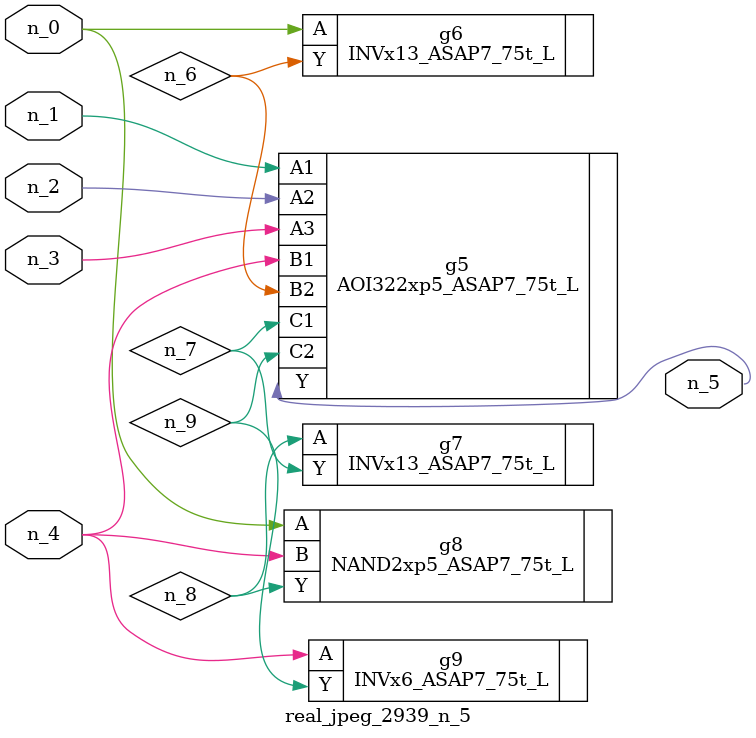
<source format=v>
module real_jpeg_2939_n_5 (n_4, n_0, n_1, n_2, n_3, n_5);

input n_4;
input n_0;
input n_1;
input n_2;
input n_3;

output n_5;

wire n_8;
wire n_6;
wire n_7;
wire n_9;

INVx13_ASAP7_75t_L g6 ( 
.A(n_0),
.Y(n_6)
);

NAND2xp5_ASAP7_75t_L g8 ( 
.A(n_0),
.B(n_4),
.Y(n_8)
);

AOI322xp5_ASAP7_75t_L g5 ( 
.A1(n_1),
.A2(n_2),
.A3(n_3),
.B1(n_4),
.B2(n_6),
.C1(n_7),
.C2(n_9),
.Y(n_5)
);

INVx6_ASAP7_75t_L g9 ( 
.A(n_4),
.Y(n_9)
);

INVx13_ASAP7_75t_L g7 ( 
.A(n_8),
.Y(n_7)
);


endmodule
</source>
